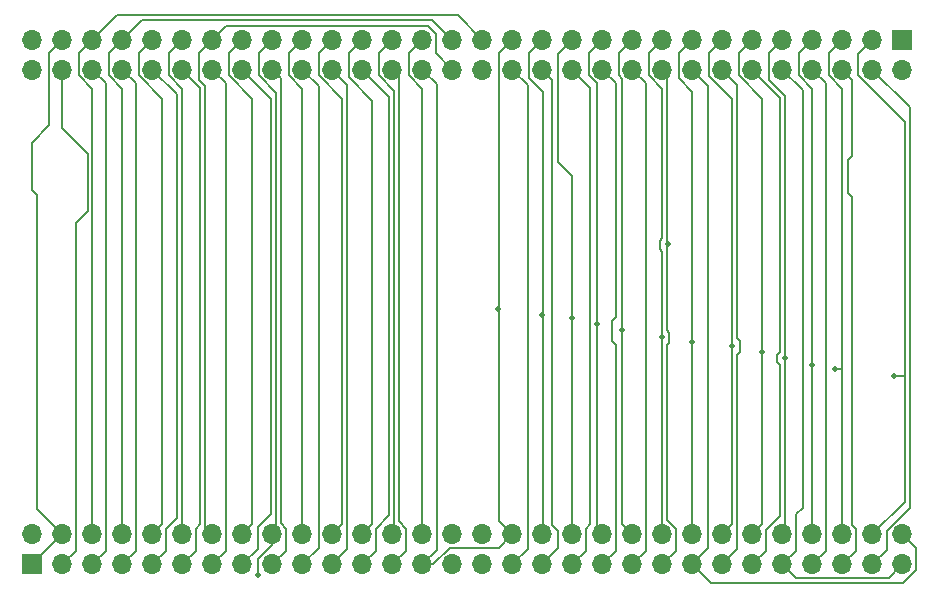
<source format=gbl>
G04 #@! TF.GenerationSoftware,KiCad,Pcbnew,8.0.1*
G04 #@! TF.CreationDate,2024-08-17T14:36:57+08:00*
G04 #@! TF.ProjectId,MatchBox v0.3,4d617463-6842-46f7-9820-76302e332e6b,rev?*
G04 #@! TF.SameCoordinates,Original*
G04 #@! TF.FileFunction,Copper,L2,Bot*
G04 #@! TF.FilePolarity,Positive*
%FSLAX46Y46*%
G04 Gerber Fmt 4.6, Leading zero omitted, Abs format (unit mm)*
G04 Created by KiCad (PCBNEW 8.0.1) date 2024-08-17 14:36:57*
%MOMM*%
%LPD*%
G01*
G04 APERTURE LIST*
G04 #@! TA.AperFunction,ComponentPad*
%ADD10R,1.700000X1.700000*%
G04 #@! TD*
G04 #@! TA.AperFunction,ComponentPad*
%ADD11O,1.700000X1.700000*%
G04 #@! TD*
G04 #@! TA.AperFunction,ViaPad*
%ADD12C,0.500000*%
G04 #@! TD*
G04 #@! TA.AperFunction,Conductor*
%ADD13C,0.200000*%
G04 #@! TD*
G04 APERTURE END LIST*
D10*
X82475000Y-109100000D03*
D11*
X82475000Y-106560000D03*
X85015000Y-109100000D03*
X85015000Y-106560000D03*
X87555000Y-109100000D03*
X87555000Y-106560000D03*
X90095000Y-109100000D03*
X90095000Y-106560000D03*
X92635000Y-109100000D03*
X92635000Y-106560000D03*
X95175000Y-109100000D03*
X95175000Y-106560000D03*
X97715000Y-109100000D03*
X97715000Y-106560000D03*
X100255000Y-109100000D03*
X100255000Y-106560000D03*
X102795000Y-109100000D03*
X102795000Y-106560000D03*
X105335000Y-109100000D03*
X105335000Y-106560000D03*
X107875000Y-109100000D03*
X107875000Y-106560000D03*
X110415000Y-109100000D03*
X110415000Y-106560000D03*
X112955000Y-109100000D03*
X112955000Y-106560000D03*
X115495000Y-109100000D03*
X115495000Y-106560000D03*
X118035000Y-109100000D03*
X118035000Y-106560000D03*
X120575000Y-109100000D03*
X120575000Y-106560000D03*
X123115000Y-109100000D03*
X123115000Y-106560000D03*
X125655000Y-109100000D03*
X125655000Y-106560000D03*
X128195000Y-109100000D03*
X128195000Y-106560000D03*
X130735000Y-109100000D03*
X130735000Y-106560000D03*
X133275000Y-109100000D03*
X133275000Y-106560000D03*
X135815000Y-109100000D03*
X135815000Y-106560000D03*
X138355000Y-109100000D03*
X138355000Y-106560000D03*
X140895000Y-109100000D03*
X140895000Y-106560000D03*
X143435000Y-109100000D03*
X143435000Y-106560000D03*
X145975000Y-109100000D03*
X145975000Y-106560000D03*
X148515000Y-109100000D03*
X148515000Y-106560000D03*
X151055000Y-109100000D03*
X151055000Y-106560000D03*
X153595000Y-109100000D03*
X153595000Y-106560000D03*
X156135000Y-109100000D03*
X156135000Y-106560000D03*
D10*
X156135000Y-64700000D03*
D11*
X156135000Y-67240000D03*
X153595000Y-64700000D03*
X153595000Y-67240000D03*
X151055000Y-64700000D03*
X151055000Y-67240000D03*
X148515000Y-64700000D03*
X148515000Y-67240000D03*
X145975000Y-64700000D03*
X145975000Y-67240000D03*
X143435000Y-64700000D03*
X143435000Y-67240000D03*
X140895000Y-64700000D03*
X140895000Y-67240000D03*
X138355000Y-64700000D03*
X138355000Y-67240000D03*
X135815000Y-64700000D03*
X135815000Y-67240000D03*
X133275000Y-64700000D03*
X133275000Y-67240000D03*
X130735000Y-64700000D03*
X130735000Y-67240000D03*
X128195000Y-64700000D03*
X128195000Y-67240000D03*
X125655000Y-64700000D03*
X125655000Y-67240000D03*
X123115000Y-64700000D03*
X123115000Y-67240000D03*
X120575000Y-64700000D03*
X120575000Y-67240000D03*
X118035000Y-64700000D03*
X118035000Y-67240000D03*
X115495000Y-64700000D03*
X115495000Y-67240000D03*
X112955000Y-64700000D03*
X112955000Y-67240000D03*
X110415000Y-64700000D03*
X110415000Y-67240000D03*
X107875000Y-64700000D03*
X107875000Y-67240000D03*
X105335000Y-64700000D03*
X105335000Y-67240000D03*
X102795000Y-64700000D03*
X102795000Y-67240000D03*
X100255000Y-64700000D03*
X100255000Y-67240000D03*
X97715000Y-64700000D03*
X97715000Y-67240000D03*
X95175000Y-64700000D03*
X95175000Y-67240000D03*
X92635000Y-64700000D03*
X92635000Y-67240000D03*
X90095000Y-64700000D03*
X90095000Y-67240000D03*
X87555000Y-64700000D03*
X87555000Y-67240000D03*
X85015000Y-64700000D03*
X85015000Y-67240000D03*
X82475000Y-64700000D03*
X82475000Y-67240000D03*
D12*
X155400000Y-93200000D03*
X150400000Y-92600000D03*
X148515000Y-92200000D03*
X146200000Y-91650000D03*
X144285000Y-91100000D03*
X141745000Y-90650000D03*
X138355000Y-90300000D03*
X135776786Y-89854123D03*
X132386786Y-89254123D03*
X130258654Y-88800000D03*
X128156786Y-88254123D03*
X125661786Y-87954123D03*
X121926786Y-87454123D03*
X136265000Y-82000000D03*
X101600000Y-110000000D03*
D13*
X152400000Y-67671346D02*
X152400000Y-65895000D01*
X85015000Y-72200000D02*
X87155000Y-74340000D01*
X86165000Y-80176270D02*
X86165000Y-107950000D01*
X85015000Y-67240000D02*
X85015000Y-72200000D01*
X155400000Y-93200000D02*
X156350000Y-93200000D01*
X152400000Y-65895000D02*
X153595000Y-64700000D01*
X86165000Y-107950000D02*
X85015000Y-109100000D01*
X156350000Y-103805000D02*
X156350000Y-93200000D01*
X87155000Y-79186270D02*
X86165000Y-80176270D01*
X156350000Y-71621346D02*
X152400000Y-67671346D01*
X156350000Y-93200000D02*
X156350000Y-71621346D01*
X87155000Y-74340000D02*
X87155000Y-79186270D01*
X153595000Y-106560000D02*
X156350000Y-103805000D01*
X149905000Y-65850000D02*
X151055000Y-64700000D01*
X87555000Y-67240000D02*
X88705000Y-68390000D01*
X149905000Y-67716346D02*
X149905000Y-65850000D01*
X151055000Y-68866346D02*
X149905000Y-67716346D01*
X88705000Y-68390000D02*
X88705000Y-107950000D01*
X151055000Y-92600000D02*
X151055000Y-68866346D01*
X88705000Y-107950000D02*
X87555000Y-109100000D01*
X150400000Y-92600000D02*
X151055000Y-92600000D01*
X151055000Y-106560000D02*
X151055000Y-92800000D01*
X151055000Y-92800000D02*
X151055000Y-92600000D01*
X147365000Y-65850000D02*
X148515000Y-64700000D01*
X148515000Y-68866346D02*
X147365000Y-67716346D01*
X90095000Y-67240000D02*
X91245000Y-68390000D01*
X91245000Y-68390000D02*
X91245000Y-107950000D01*
X148515000Y-92200000D02*
X148515000Y-68866346D01*
X91245000Y-107950000D02*
X90095000Y-109100000D01*
X147365000Y-67716346D02*
X147365000Y-65850000D01*
X148515000Y-106560000D02*
X148515000Y-92200000D01*
X93785000Y-107950000D02*
X92635000Y-109100000D01*
X145975000Y-106560000D02*
X146200000Y-106335000D01*
X94700000Y-69305000D02*
X94700000Y-105168654D01*
X93785000Y-106083654D02*
X93785000Y-107950000D01*
X146200000Y-69439314D02*
X144825000Y-68064314D01*
X144825000Y-68064314D02*
X144825000Y-65850000D01*
X144825000Y-65850000D02*
X145975000Y-64700000D01*
X94700000Y-105168654D02*
X93785000Y-106083654D01*
X92635000Y-67240000D02*
X94700000Y-69305000D01*
X146200000Y-106335000D02*
X146200000Y-69439314D01*
X142285000Y-65850000D02*
X143435000Y-64700000D01*
X96325000Y-107950000D02*
X95175000Y-109100000D01*
X95175000Y-67240000D02*
X96700000Y-68765000D01*
X96700000Y-68765000D02*
X96700000Y-105708654D01*
X142285000Y-67716346D02*
X142285000Y-65850000D01*
X143435000Y-106560000D02*
X144285000Y-105710000D01*
X96700000Y-105708654D02*
X96325000Y-106083654D01*
X144285000Y-105710000D02*
X144285000Y-69716346D01*
X144285000Y-69716346D02*
X142285000Y-67716346D01*
X96325000Y-106083654D02*
X96325000Y-107950000D01*
X141745000Y-69745000D02*
X139745000Y-67745000D01*
X98865000Y-107950000D02*
X97715000Y-109100000D01*
X140895000Y-106560000D02*
X141745000Y-105710000D01*
X139745000Y-65850000D02*
X140895000Y-64700000D01*
X98865000Y-68390000D02*
X98865000Y-107950000D01*
X141745000Y-105710000D02*
X141745000Y-69745000D01*
X97715000Y-67240000D02*
X98865000Y-68390000D01*
X139745000Y-67745000D02*
X139745000Y-65850000D01*
X100255000Y-67240000D02*
X102700000Y-69685000D01*
X101555000Y-107800000D02*
X100255000Y-109100000D01*
X137205000Y-67956346D02*
X137205000Y-65850000D01*
X137205000Y-65850000D02*
X138355000Y-64700000D01*
X138355000Y-69106346D02*
X137205000Y-67956346D01*
X101555000Y-105983654D02*
X101555000Y-107800000D01*
X102700000Y-69685000D02*
X102700000Y-104838654D01*
X138355000Y-106560000D02*
X138355000Y-69106346D01*
X102700000Y-104838654D02*
X101555000Y-105983654D01*
X135815000Y-64700000D02*
X134665000Y-65850000D01*
X103500000Y-105638654D02*
X103945000Y-106083654D01*
X135600000Y-81700000D02*
X135600000Y-82435000D01*
X103945000Y-107950000D02*
X102795000Y-109100000D01*
X135815000Y-81485000D02*
X135600000Y-81700000D01*
X103945000Y-106083654D02*
X103945000Y-107950000D01*
X135600000Y-82435000D02*
X135815000Y-82650000D01*
X102795000Y-67240000D02*
X103500000Y-67945000D01*
X134665000Y-65850000D02*
X134665000Y-67716346D01*
X103500000Y-67945000D02*
X103500000Y-105638654D01*
X135815000Y-82650000D02*
X135815000Y-106560000D01*
X135815000Y-68866346D02*
X135815000Y-81485000D01*
X134665000Y-67716346D02*
X135815000Y-68866346D01*
X132125000Y-67716346D02*
X132125000Y-65850000D01*
X106700000Y-68605000D02*
X106700000Y-107735000D01*
X132125000Y-65850000D02*
X133275000Y-64700000D01*
X132425000Y-68016346D02*
X132125000Y-67716346D01*
X105335000Y-67240000D02*
X106700000Y-68605000D01*
X132425000Y-105710000D02*
X132425000Y-68016346D01*
X106700000Y-107735000D02*
X105335000Y-109100000D01*
X133275000Y-106560000D02*
X132425000Y-105710000D01*
X130735000Y-106560000D02*
X130258654Y-106083654D01*
X109125000Y-107850000D02*
X107875000Y-109100000D01*
X107875000Y-67240000D02*
X109125000Y-68490000D01*
X129585000Y-65850000D02*
X130735000Y-64700000D01*
X130258654Y-68390000D02*
X129585000Y-67716346D01*
X130258654Y-106083654D02*
X130258654Y-68390000D01*
X109125000Y-68490000D02*
X109125000Y-107850000D01*
X129585000Y-67716346D02*
X129585000Y-65850000D01*
X111565000Y-106083654D02*
X111565000Y-107950000D01*
X111565000Y-107950000D02*
X110415000Y-109100000D01*
X112700000Y-69525000D02*
X112700000Y-104948654D01*
X112700000Y-104948654D02*
X111565000Y-106083654D01*
X128195000Y-76246472D02*
X127000000Y-75051472D01*
X127000000Y-65895000D02*
X128195000Y-64700000D01*
X127000000Y-75051472D02*
X127000000Y-65895000D01*
X110415000Y-67240000D02*
X112700000Y-69525000D01*
X128195000Y-106560000D02*
X128195000Y-76246472D01*
X114105000Y-107950000D02*
X112955000Y-109100000D01*
X125655000Y-106560000D02*
X125700000Y-106515000D01*
X114105000Y-106083654D02*
X114105000Y-107950000D01*
X113500000Y-105478654D02*
X114105000Y-106083654D01*
X113500000Y-67785000D02*
X113500000Y-105478654D01*
X124505000Y-67905000D02*
X124505000Y-65850000D01*
X112955000Y-67240000D02*
X113500000Y-67785000D01*
X125700000Y-69100000D02*
X124505000Y-67905000D01*
X125700000Y-106515000D02*
X125700000Y-69100000D01*
X124505000Y-65850000D02*
X125655000Y-64700000D01*
X116700000Y-107895000D02*
X115495000Y-109100000D01*
X121965000Y-107710000D02*
X123115000Y-106560000D01*
X121965000Y-65850000D02*
X123115000Y-64700000D01*
X116408654Y-109100000D02*
X117798654Y-107710000D01*
X121965000Y-105410000D02*
X121965000Y-65850000D01*
X115495000Y-109100000D02*
X116408654Y-109100000D01*
X117798654Y-107710000D02*
X121965000Y-107710000D01*
X123115000Y-106560000D02*
X121965000Y-105410000D01*
X116700000Y-68445000D02*
X116700000Y-107895000D01*
X115495000Y-67240000D02*
X116700000Y-68445000D01*
X114345000Y-67716346D02*
X114345000Y-65850000D01*
X123115000Y-67240000D02*
X124400000Y-68525000D01*
X115495000Y-106560000D02*
X115495000Y-68866346D01*
X124400000Y-107815000D02*
X123115000Y-109100000D01*
X114345000Y-65850000D02*
X115495000Y-64700000D01*
X124400000Y-68525000D02*
X124400000Y-107815000D01*
X115495000Y-68866346D02*
X114345000Y-67716346D01*
X126500000Y-105778654D02*
X127000000Y-106278654D01*
X127000000Y-106278654D02*
X127000000Y-107755000D01*
X126500000Y-68085000D02*
X126500000Y-105778654D01*
X127000000Y-107755000D02*
X125655000Y-109100000D01*
X111805000Y-65850000D02*
X112955000Y-64700000D01*
X112955000Y-106560000D02*
X113100000Y-106415000D01*
X113100000Y-106415000D02*
X113100000Y-69011346D01*
X125655000Y-67240000D02*
X126500000Y-68085000D01*
X111805000Y-67716346D02*
X111805000Y-65850000D01*
X113100000Y-69011346D02*
X111805000Y-67716346D01*
X109265000Y-65850000D02*
X110415000Y-64700000D01*
X109265000Y-67865000D02*
X109265000Y-65850000D01*
X110415000Y-106560000D02*
X111265000Y-105710000D01*
X129345000Y-107950000D02*
X128195000Y-109100000D01*
X129700000Y-68745000D02*
X129700000Y-105728654D01*
X129345000Y-106083654D02*
X129345000Y-107950000D01*
X129700000Y-105728654D02*
X129345000Y-106083654D01*
X128195000Y-67240000D02*
X129700000Y-68745000D01*
X111265000Y-69865000D02*
X109265000Y-67865000D01*
X111265000Y-105710000D02*
X111265000Y-69865000D01*
X106725000Y-65850000D02*
X107875000Y-64700000D01*
X107875000Y-106560000D02*
X108725000Y-105710000D01*
X130735000Y-109100000D02*
X131885000Y-107950000D01*
X106725000Y-67716346D02*
X106725000Y-65850000D01*
X131550000Y-88535000D02*
X131885000Y-88200000D01*
X108725000Y-69716346D02*
X106725000Y-67716346D01*
X131885000Y-90535000D02*
X131550000Y-90200000D01*
X131885000Y-68390000D02*
X130735000Y-67240000D01*
X131885000Y-107950000D02*
X131885000Y-90535000D01*
X131885000Y-88200000D02*
X131885000Y-68390000D01*
X131550000Y-90200000D02*
X131550000Y-88535000D01*
X108725000Y-105710000D02*
X108725000Y-69716346D01*
X134425000Y-107950000D02*
X133275000Y-109100000D01*
X104185000Y-67716346D02*
X104185000Y-65850000D01*
X105335000Y-68866346D02*
X104185000Y-67716346D01*
X104185000Y-65850000D02*
X105335000Y-64700000D01*
X105335000Y-106560000D02*
X105335000Y-68866346D01*
X133275000Y-67240000D02*
X134425000Y-68390000D01*
X134425000Y-68390000D02*
X134425000Y-107950000D01*
X101600000Y-108668654D02*
X102795000Y-107473654D01*
X136965000Y-107950000D02*
X136965000Y-106083654D01*
X135815000Y-109100000D02*
X136965000Y-107950000D01*
X136965000Y-106083654D02*
X136215000Y-105333654D01*
X101645000Y-65850000D02*
X102795000Y-64700000D01*
X103100000Y-106255000D02*
X103100000Y-69171346D01*
X136400000Y-89485000D02*
X136215000Y-89300000D01*
X101600000Y-110000000D02*
X101600000Y-108668654D01*
X103100000Y-69171346D02*
X101645000Y-67716346D01*
X102795000Y-106560000D02*
X103100000Y-106255000D01*
X136215000Y-67640000D02*
X135815000Y-67240000D01*
X136400000Y-90350000D02*
X136400000Y-89485000D01*
X102795000Y-107473654D02*
X102795000Y-106560000D01*
X136215000Y-105333654D02*
X136215000Y-90535000D01*
X136215000Y-90535000D02*
X136400000Y-90350000D01*
X101645000Y-67716346D02*
X101645000Y-65850000D01*
X136215000Y-89300000D02*
X136215000Y-67640000D01*
X139905000Y-110650000D02*
X156211346Y-110650000D01*
X138355000Y-109100000D02*
X139905000Y-110650000D01*
X101105000Y-105710000D02*
X101105000Y-69716346D01*
X138355000Y-67240000D02*
X139700000Y-68585000D01*
X139700000Y-68585000D02*
X139700000Y-107755000D01*
X157285000Y-107710000D02*
X156135000Y-106560000D01*
X139700000Y-107755000D02*
X138355000Y-109100000D01*
X101105000Y-69716346D02*
X99105000Y-67716346D01*
X99105000Y-65850000D02*
X100255000Y-64700000D01*
X99105000Y-67716346D02*
X99105000Y-65850000D01*
X156211346Y-110650000D02*
X157285000Y-109576346D01*
X157285000Y-109576346D02*
X157285000Y-107710000D01*
X100255000Y-106560000D02*
X101105000Y-105710000D01*
X142145000Y-91350000D02*
X142145000Y-107850000D01*
X142150000Y-91350000D02*
X142400000Y-91100000D01*
X96565000Y-68064314D02*
X96565000Y-65850000D01*
X97100000Y-105945000D02*
X97100000Y-68599314D01*
X142145000Y-107850000D02*
X140895000Y-109100000D01*
X140895000Y-67240000D02*
X142145000Y-68490000D01*
X97715000Y-106560000D02*
X97100000Y-105945000D01*
X118035000Y-67240000D02*
X116645000Y-65850000D01*
X96565000Y-65850000D02*
X97715000Y-64700000D01*
X116645000Y-65850000D02*
X116645000Y-64223654D01*
X142400000Y-91100000D02*
X142400000Y-90205000D01*
X97100000Y-68599314D02*
X96565000Y-68064314D01*
X115971346Y-63550000D02*
X98865000Y-63550000D01*
X116645000Y-64223654D02*
X115971346Y-63550000D01*
X142145000Y-91350000D02*
X142150000Y-91350000D01*
X142400000Y-90205000D02*
X142145000Y-89950000D01*
X98865000Y-63550000D02*
X97715000Y-64700000D01*
X142145000Y-68490000D02*
X142145000Y-89950000D01*
X145550000Y-91350000D02*
X145550000Y-91950000D01*
X94025000Y-67716346D02*
X94025000Y-65850000D01*
X143435000Y-67240000D02*
X145800000Y-69605000D01*
X145800000Y-69605000D02*
X145800000Y-91100000D01*
X145800000Y-105000000D02*
X144585000Y-106215000D01*
X144585000Y-107950000D02*
X143435000Y-109100000D01*
X95175000Y-106560000D02*
X95175000Y-68866346D01*
X145800000Y-92200000D02*
X145800000Y-105000000D01*
X144585000Y-106215000D02*
X144585000Y-107950000D01*
X95175000Y-68866346D02*
X94025000Y-67716346D01*
X145800000Y-91100000D02*
X145550000Y-91350000D01*
X94025000Y-65850000D02*
X95175000Y-64700000D01*
X145550000Y-91950000D02*
X145800000Y-92200000D01*
X93485000Y-69716346D02*
X91485000Y-67716346D01*
X147700000Y-104300000D02*
X147125000Y-104875000D01*
X91485000Y-65850000D02*
X92635000Y-64700000D01*
X147125000Y-110250000D02*
X154985000Y-110250000D01*
X92635000Y-106560000D02*
X93485000Y-105710000D01*
X91485000Y-67716346D02*
X91485000Y-65850000D01*
X147700000Y-68965000D02*
X147700000Y-104300000D01*
X154985000Y-110250000D02*
X156135000Y-109100000D01*
X147125000Y-107950000D02*
X145975000Y-109100000D01*
X147125000Y-104875000D02*
X147125000Y-107950000D01*
X145975000Y-109100000D02*
X147125000Y-110250000D01*
X93485000Y-105710000D02*
X93485000Y-69716346D01*
X145975000Y-67240000D02*
X147700000Y-68965000D01*
X149665000Y-107950000D02*
X148515000Y-109100000D01*
X148515000Y-67240000D02*
X149665000Y-68390000D01*
X88945000Y-65850000D02*
X90095000Y-64700000D01*
X88945000Y-67716346D02*
X88945000Y-65850000D01*
X149665000Y-68390000D02*
X149665000Y-107950000D01*
X91795000Y-63000000D02*
X90095000Y-64700000D01*
X116335000Y-63000000D02*
X91795000Y-63000000D01*
X90095000Y-106560000D02*
X90095000Y-68866346D01*
X118035000Y-64700000D02*
X116335000Y-63000000D01*
X90095000Y-68866346D02*
X88945000Y-67716346D01*
X151055000Y-67240000D02*
X151905000Y-68090000D01*
X151560000Y-74860000D02*
X151560000Y-77635000D01*
X151560000Y-77635000D02*
X151905000Y-77980000D01*
X152205000Y-106083654D02*
X152205000Y-107950000D01*
X118475000Y-62600000D02*
X89655000Y-62600000D01*
X87555000Y-106560000D02*
X87555000Y-68866346D01*
X151905000Y-77980000D02*
X151905000Y-105783654D01*
X151905000Y-105783654D02*
X152205000Y-106083654D01*
X151905000Y-74515000D02*
X151560000Y-74860000D01*
X120575000Y-64700000D02*
X118475000Y-62600000D01*
X86405000Y-67716346D02*
X86405000Y-65850000D01*
X87555000Y-68866346D02*
X86405000Y-67716346D01*
X151905000Y-68090000D02*
X151905000Y-74515000D01*
X152205000Y-107950000D02*
X151055000Y-109100000D01*
X89655000Y-62600000D02*
X87555000Y-64700000D01*
X86405000Y-65850000D02*
X87555000Y-64700000D01*
X82850000Y-104395000D02*
X82850000Y-77850000D01*
X82475000Y-109100000D02*
X85015000Y-106560000D01*
X82400000Y-77400000D02*
X82400000Y-73400000D01*
X156750000Y-70395000D02*
X156750000Y-104318654D01*
X83865000Y-71935000D02*
X83865000Y-65850000D01*
X82400000Y-73400000D02*
X83865000Y-71935000D01*
X154800000Y-107895000D02*
X153595000Y-109100000D01*
X154800000Y-106268654D02*
X154800000Y-107895000D01*
X153595000Y-67240000D02*
X156750000Y-70395000D01*
X83865000Y-65850000D02*
X85015000Y-64700000D01*
X85015000Y-106560000D02*
X82850000Y-104395000D01*
X156750000Y-104318654D02*
X154800000Y-106268654D01*
X82850000Y-77850000D02*
X82400000Y-77400000D01*
M02*

</source>
